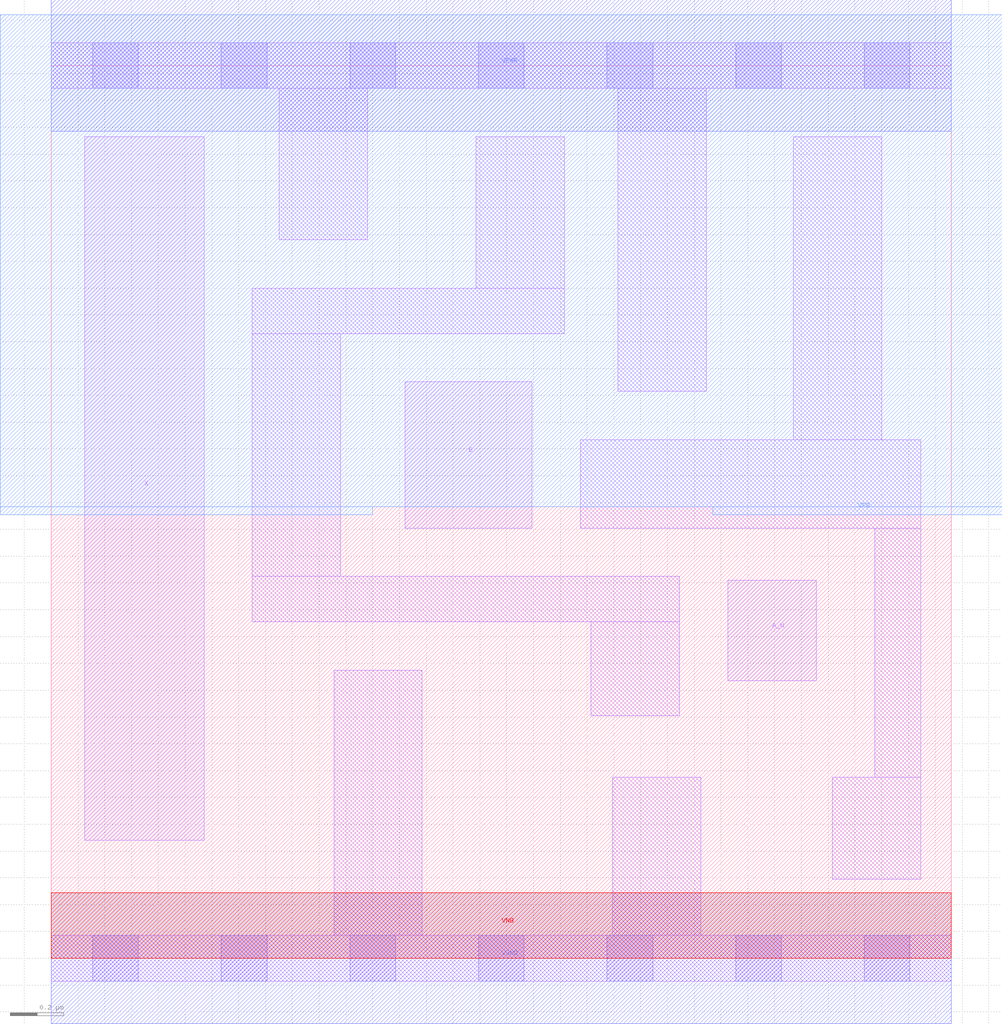
<source format=lef>
# Copyright 2020 The SkyWater PDK Authors
#
# Licensed under the Apache License, Version 2.0 (the "License");
# you may not use this file except in compliance with the License.
# You may obtain a copy of the License at
#
#     https://www.apache.org/licenses/LICENSE-2.0
#
# Unless required by applicable law or agreed to in writing, software
# distributed under the License is distributed on an "AS IS" BASIS,
# WITHOUT WARRANTIES OR CONDITIONS OF ANY KIND, either express or implied.
# See the License for the specific language governing permissions and
# limitations under the License.
#
# SPDX-License-Identifier: Apache-2.0

VERSION 5.7 ;
  NOWIREEXTENSIONATPIN ON ;
  DIVIDERCHAR "/" ;
  BUSBITCHARS "[]" ;
MACRO sky130_fd_sc_lp__and2b_lp
  CLASS CORE ;
  FOREIGN sky130_fd_sc_lp__and2b_lp ;
  ORIGIN  0.000000  0.000000 ;
  SIZE  3.360000 BY  3.330000 ;
  SYMMETRY X Y R90 ;
  SITE unit ;
  PIN A_N
    ANTENNAGATEAREA  0.376000 ;
    DIRECTION INPUT ;
    USE SIGNAL ;
    PORT
      LAYER li1 ;
        RECT 2.525000 1.035000 2.855000 1.410000 ;
    END
  END A_N
  PIN B
    ANTENNAGATEAREA  0.313000 ;
    DIRECTION INPUT ;
    USE SIGNAL ;
    PORT
      LAYER li1 ;
        RECT 1.320000 1.605000 1.795000 2.150000 ;
    END
  END B
  PIN X
    ANTENNADIFFAREA  0.404700 ;
    DIRECTION OUTPUT ;
    USE SIGNAL ;
    PORT
      LAYER li1 ;
        RECT 0.125000 0.440000 0.570000 3.065000 ;
    END
  END X
  PIN VGND
    DIRECTION INOUT ;
    USE GROUND ;
    PORT
      LAYER met1 ;
        RECT 0.000000 -0.245000 3.360000 0.245000 ;
    END
  END VGND
  PIN VNB
    DIRECTION INOUT ;
    USE GROUND ;
    PORT
      LAYER pwell ;
        RECT 0.000000 0.000000 3.360000 0.245000 ;
    END
  END VNB
  PIN VPB
    DIRECTION INOUT ;
    USE POWER ;
    PORT
      LAYER nwell ;
        RECT -0.190000 1.655000 1.200000 1.685000 ;
        RECT -0.190000 1.685000 3.550000 3.520000 ;
        RECT  2.470000 1.655000 3.550000 1.685000 ;
    END
  END VPB
  PIN VPWR
    DIRECTION INOUT ;
    USE POWER ;
    PORT
      LAYER met1 ;
        RECT 0.000000 3.085000 3.360000 3.575000 ;
    END
  END VPWR
  OBS
    LAYER li1 ;
      RECT 0.000000 -0.085000 3.360000 0.085000 ;
      RECT 0.000000  3.245000 3.360000 3.415000 ;
      RECT 0.750000  1.255000 2.345000 1.425000 ;
      RECT 0.750000  1.425000 1.080000 2.330000 ;
      RECT 0.750000  2.330000 1.915000 2.500000 ;
      RECT 0.850000  2.680000 1.180000 3.245000 ;
      RECT 1.055000  0.085000 1.385000 1.075000 ;
      RECT 1.585000  2.500000 1.915000 3.065000 ;
      RECT 1.975000  1.605000 3.245000 1.935000 ;
      RECT 2.015000  0.905000 2.345000 1.255000 ;
      RECT 2.095000  0.085000 2.425000 0.675000 ;
      RECT 2.115000  2.115000 2.445000 3.245000 ;
      RECT 2.770000  1.935000 3.100000 3.065000 ;
      RECT 2.915000  0.295000 3.245000 0.675000 ;
      RECT 3.075000  0.675000 3.245000 1.605000 ;
    LAYER mcon ;
      RECT 0.155000 -0.085000 0.325000 0.085000 ;
      RECT 0.155000  3.245000 0.325000 3.415000 ;
      RECT 0.635000 -0.085000 0.805000 0.085000 ;
      RECT 0.635000  3.245000 0.805000 3.415000 ;
      RECT 1.115000 -0.085000 1.285000 0.085000 ;
      RECT 1.115000  3.245000 1.285000 3.415000 ;
      RECT 1.595000 -0.085000 1.765000 0.085000 ;
      RECT 1.595000  3.245000 1.765000 3.415000 ;
      RECT 2.075000 -0.085000 2.245000 0.085000 ;
      RECT 2.075000  3.245000 2.245000 3.415000 ;
      RECT 2.555000 -0.085000 2.725000 0.085000 ;
      RECT 2.555000  3.245000 2.725000 3.415000 ;
      RECT 3.035000 -0.085000 3.205000 0.085000 ;
      RECT 3.035000  3.245000 3.205000 3.415000 ;
  END
END sky130_fd_sc_lp__and2b_lp
END LIBRARY

</source>
